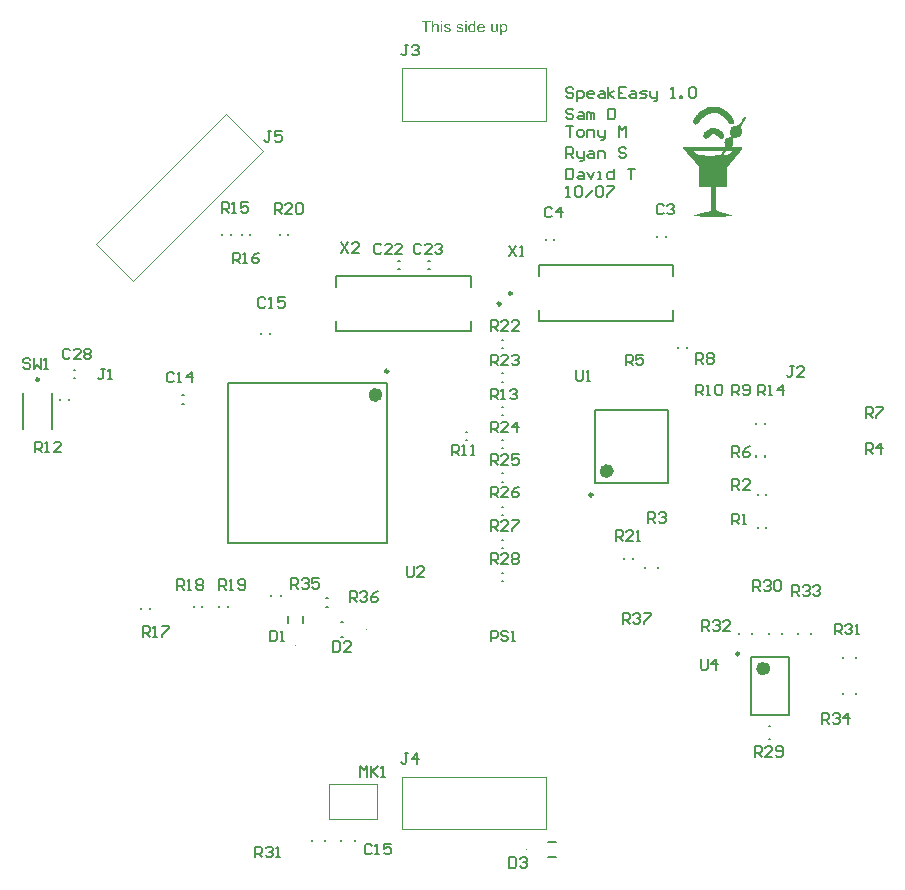
<source format=gbr>
%TF.GenerationSoftware,Altium Limited,Altium Designer,18.1.6 (161)*%
G04 Layer_Color=65535*
%FSLAX25Y25*%
%MOIN*%
%TF.FileFunction,Legend,Top*%
%TF.Part,Single*%
G01*
G75*
%TA.AperFunction,NonConductor*%
%ADD45C,0.00984*%
%ADD46C,0.00787*%
%ADD47C,0.00300*%
%ADD49C,0.00700*%
%ADD67C,0.00394*%
%ADD68C,0.02362*%
%ADD69C,0.00100*%
G36*
X395313Y433645D02*
X395387D01*
X395609Y433608D01*
X395905Y433571D01*
X396275Y433534D01*
X396720Y433423D01*
X397164Y433312D01*
X397609Y433164D01*
X398016Y432978D01*
X398053D01*
X398090Y432941D01*
X398312Y432830D01*
X398645Y432645D01*
X399016Y432349D01*
X399497Y432016D01*
X399978Y431571D01*
X400460Y431016D01*
X400904Y430423D01*
Y430386D01*
X400941Y430349D01*
X401089Y430127D01*
X401238Y429831D01*
X401423Y429461D01*
X401571Y429090D01*
X401608Y428683D01*
Y428313D01*
X401534Y428165D01*
X401423Y428017D01*
X401349Y427979D01*
X401163Y427868D01*
X400904Y427794D01*
X400719D01*
X400534Y427831D01*
X400497D01*
X400460Y427868D01*
X400238Y428017D01*
X399941Y428239D01*
X399793Y428424D01*
X399645Y428646D01*
X399608Y428683D01*
X399571Y428757D01*
X399460Y428905D01*
X399349Y429090D01*
X398942Y429572D01*
X398423Y430090D01*
X397794Y430609D01*
X397016Y431090D01*
X396609Y431312D01*
X396127Y431460D01*
X395683Y431571D01*
X395165Y431608D01*
X394720D01*
X394461Y431571D01*
X394202Y431497D01*
X393535Y431349D01*
X393202Y431201D01*
X392795Y431053D01*
X392424Y430831D01*
X392017Y430609D01*
X391610Y430312D01*
X391202Y429942D01*
X390795Y429535D01*
X390425Y429053D01*
X390388Y429016D01*
X390314Y428905D01*
X390166Y428720D01*
X389980Y428535D01*
X389573Y428090D01*
X389351Y427942D01*
X389166Y427794D01*
X389129D01*
X389092Y427757D01*
X388870Y427720D01*
X388758Y427757D01*
X388610Y427794D01*
X388462Y427868D01*
X388314Y427979D01*
X388277Y428017D01*
X388203Y428128D01*
X388129Y428350D01*
X388092Y428646D01*
Y429016D01*
X388240Y429498D01*
X388351Y429757D01*
X388499Y430053D01*
X388721Y430386D01*
X388981Y430720D01*
X389018Y430757D01*
X389055Y430794D01*
X389240Y431016D01*
X389573Y431349D01*
X390018Y431756D01*
X390536Y432201D01*
X391165Y432645D01*
X391869Y433053D01*
X392610Y433349D01*
X392647D01*
X392795Y433423D01*
X393054Y433460D01*
X393350Y433534D01*
X393758Y433608D01*
X394202Y433645D01*
X394720Y433682D01*
X395313Y433645D01*
D02*
G37*
G36*
X395498Y426498D02*
X395979Y426387D01*
X396461Y426239D01*
X396979Y425980D01*
X397461Y425609D01*
X397905Y425091D01*
X397942Y425054D01*
X397979Y424980D01*
X398053Y424832D01*
X398164Y424684D01*
X398312Y424276D01*
X398386Y424054D01*
Y423869D01*
Y423832D01*
Y423795D01*
X398312Y423573D01*
X398238Y423462D01*
X398164Y423314D01*
X398016Y423203D01*
X397831Y423092D01*
X397757Y423055D01*
X397609Y423017D01*
X397164D01*
X397127Y423055D01*
X396979Y423166D01*
X396720Y423351D01*
X396535Y423536D01*
X396313Y423721D01*
X396275Y423758D01*
X396164Y423832D01*
X395979Y423980D01*
X395757Y424128D01*
X395498Y424276D01*
X395239Y424425D01*
X394980Y424499D01*
X394757Y424536D01*
X394646D01*
X394535Y424499D01*
X394387Y424425D01*
X394202Y424351D01*
X393980Y424202D01*
X393758Y424017D01*
X393498Y423758D01*
X393461Y423721D01*
X393387Y423647D01*
X393276Y423536D01*
X393128Y423388D01*
X392795Y423129D01*
X392647Y423017D01*
X392498Y422943D01*
X392276D01*
X392017Y423055D01*
X391832Y423129D01*
X391684Y423277D01*
X391647Y423351D01*
X391536Y423499D01*
X391388Y423721D01*
X391351Y423980D01*
Y424054D01*
X391388Y424239D01*
X391536Y424573D01*
X391610Y424758D01*
X391758Y425017D01*
X391795Y425091D01*
X391943Y425239D01*
X392165Y425498D01*
X392498Y425795D01*
X392906Y426054D01*
X393461Y426313D01*
X394054Y426498D01*
X394794Y426572D01*
X395128D01*
X395498Y426498D01*
D02*
G37*
G36*
X405496Y430349D02*
X405607Y430275D01*
X405681Y430164D01*
X405718Y430053D01*
X405681Y429942D01*
X405644Y429868D01*
X405607Y429794D01*
X405533Y429646D01*
X405422Y429424D01*
X405274Y429164D01*
X405052Y428868D01*
X404792Y428461D01*
X404755Y428424D01*
X404681Y428313D01*
X404570Y428165D01*
X404459Y427979D01*
X404200Y427572D01*
X404089Y427350D01*
X404015Y427202D01*
Y427165D01*
X403978Y427017D01*
Y426794D01*
X404089Y426572D01*
X404126Y426535D01*
X404163Y426387D01*
X404237Y426165D01*
X404274Y425906D01*
X404311Y425572D01*
Y425239D01*
X404274Y424869D01*
X404126Y424499D01*
X404089Y424462D01*
X404015Y424351D01*
X403904Y424202D01*
X403719Y424017D01*
X403496Y423832D01*
X403200Y423647D01*
X402830Y423499D01*
X402386Y423388D01*
X401386Y423240D01*
X401460Y422240D01*
Y422203D01*
Y422166D01*
Y421907D01*
Y421610D01*
X401423Y421314D01*
Y421277D01*
X401349Y421129D01*
X401238Y420907D01*
X401089Y420722D01*
X401052Y420647D01*
X400941Y420536D01*
X400904Y420388D01*
Y420314D01*
X400978Y420277D01*
X402200D01*
X402719Y420314D01*
X403608D01*
X403941Y420277D01*
X404237Y420240D01*
X404422Y420166D01*
X404459Y420129D01*
X404496Y420055D01*
X404459Y419981D01*
X404422Y419833D01*
X404274Y419648D01*
X404052Y419351D01*
X403756Y418907D01*
X403533Y418648D01*
X403311Y418352D01*
X403015Y418018D01*
X402719Y417648D01*
X402682Y417611D01*
X402608Y417537D01*
X402459Y417352D01*
X402311Y417167D01*
X402089Y416945D01*
X401830Y416648D01*
X401312Y416019D01*
X401275Y415982D01*
X401200Y415871D01*
X401052Y415723D01*
X400904Y415537D01*
X400571Y415130D01*
X400386Y414908D01*
X400238Y414723D01*
X399349Y413612D01*
Y406835D01*
X395572D01*
X395683Y399096D01*
X396498Y398800D01*
X396572Y398763D01*
X396794Y398726D01*
X396942Y398652D01*
X397127Y398615D01*
X397386Y398504D01*
X397646Y398429D01*
X397683D01*
X397794Y398393D01*
X397942Y398356D01*
X398164Y398281D01*
X398645Y398133D01*
X399238Y397985D01*
X399275D01*
X399386Y397948D01*
X399534Y397911D01*
X399719Y397837D01*
X400164Y397689D01*
X400645Y397541D01*
X400682D01*
X400756Y397504D01*
X400978Y397430D01*
X401200Y397319D01*
X401312Y397282D01*
X401349Y397245D01*
X401275Y397207D01*
X401163D01*
X400941Y397170D01*
X400645D01*
X400423Y397133D01*
X400164D01*
X399868Y397096D01*
X399016D01*
X398794Y397059D01*
X397535D01*
X396720Y397022D01*
X393165D01*
X392424Y397059D01*
X390795D01*
X390018Y397096D01*
X389721D01*
X389388Y397133D01*
X389018D01*
X388647Y397170D01*
X388314Y397207D01*
X388092D01*
X388055Y397245D01*
X388018D01*
X388055Y397282D01*
X388129Y397319D01*
X388240Y397356D01*
X388388Y397430D01*
X388573Y397504D01*
X388870Y397615D01*
X388907D01*
X389018Y397652D01*
X389203Y397726D01*
X389462Y397800D01*
X389758Y397874D01*
X390129Y397985D01*
X390499Y398096D01*
X390943Y398207D01*
X393906Y399022D01*
Y406835D01*
X390129D01*
Y413538D01*
X387277Y416759D01*
X387240Y416833D01*
X387092Y416982D01*
X386870Y417241D01*
X386574Y417537D01*
X386277Y417907D01*
X385944Y418315D01*
X385278Y419092D01*
X385241Y419129D01*
X385167Y419240D01*
X385018Y419425D01*
X384870Y419611D01*
X384722Y419796D01*
X384574Y419944D01*
X384500Y420092D01*
X384463Y420129D01*
X384500D01*
X384574Y420166D01*
X384722D01*
X384981Y420203D01*
X385611D01*
X385870Y420240D01*
X387685D01*
X388018Y420277D01*
X396424D01*
X396868Y420314D01*
X397979D01*
X398164Y420351D01*
X398349Y420388D01*
X398497Y420425D01*
X398645Y420499D01*
X398757Y420573D01*
Y420684D01*
Y420722D01*
X398720Y420833D01*
X398682Y420981D01*
X398608Y421203D01*
Y421277D01*
X398571Y421425D01*
X398534Y421610D01*
X398460Y421833D01*
Y421870D01*
Y421944D01*
Y422055D01*
X398497Y422240D01*
X398571Y422573D01*
X398682Y422758D01*
X398831Y422943D01*
X398868Y422980D01*
X398905Y423017D01*
X399016Y423092D01*
X399164Y423203D01*
X399534Y423351D01*
X399756Y423388D01*
X400016Y423425D01*
X400127D01*
X400349Y423462D01*
X400608Y423499D01*
X400719Y423536D01*
X400793Y423573D01*
X400830Y423610D01*
Y423721D01*
X400793Y423869D01*
X400756Y424017D01*
X400645Y424165D01*
Y424202D01*
X400571Y424276D01*
X400534Y424388D01*
X400460Y424536D01*
X400349Y424943D01*
X400275Y425461D01*
Y425498D01*
Y425609D01*
X400312Y425721D01*
X400349Y425906D01*
X400497Y426313D01*
X400719Y426720D01*
X400756Y426757D01*
X400867Y426868D01*
X401052Y427017D01*
X401312Y427165D01*
X401386Y427202D01*
X401571Y427276D01*
X401867Y427350D01*
X402237Y427387D01*
X402349D01*
X402497Y427424D01*
X402645Y427461D01*
X402978Y427535D01*
X403163Y427609D01*
X403274Y427683D01*
X403348Y427757D01*
X403385Y427831D01*
X403496Y427942D01*
X403645Y428128D01*
X403793Y428350D01*
X403978Y428646D01*
X404200Y429016D01*
X404237Y429053D01*
X404274Y429127D01*
X404348Y429276D01*
X404459Y429424D01*
X404681Y429757D01*
X404941Y430090D01*
X405015Y430164D01*
X405126Y430275D01*
X405311Y430386D01*
X405459D01*
X405496Y430349D01*
D02*
G37*
G36*
X312524Y461802D02*
X312052D01*
Y462341D01*
X312524D01*
Y461802D01*
D02*
G37*
G36*
X304465D02*
X303994D01*
Y462341D01*
X304465D01*
Y461802D01*
D02*
G37*
G36*
X315482Y458500D02*
X315044D01*
Y458850D01*
X315038Y458844D01*
X315033Y458833D01*
X315016Y458811D01*
X314994Y458783D01*
X314966Y458755D01*
X314932Y458722D01*
X314894Y458683D01*
X314844Y458644D01*
X314794Y458605D01*
X314738Y458567D01*
X314672Y458533D01*
X314599Y458506D01*
X314527Y458478D01*
X314444Y458456D01*
X314355Y458444D01*
X314261Y458439D01*
X314228D01*
X314206Y458444D01*
X314139Y458450D01*
X314061Y458461D01*
X313967Y458483D01*
X313861Y458517D01*
X313756Y458561D01*
X313650Y458622D01*
X313645D01*
X313639Y458633D01*
X313606Y458655D01*
X313556Y458700D01*
X313495Y458755D01*
X313423Y458827D01*
X313351Y458916D01*
X313279Y459016D01*
X313218Y459133D01*
Y459138D01*
X313212Y459149D01*
X313207Y459166D01*
X313195Y459188D01*
X313184Y459222D01*
X313168Y459260D01*
X313157Y459299D01*
X313145Y459349D01*
X313118Y459460D01*
X313090Y459588D01*
X313073Y459732D01*
X313068Y459888D01*
Y459893D01*
Y459904D01*
Y459926D01*
Y459960D01*
X313073Y459993D01*
Y460037D01*
X313084Y460137D01*
X313101Y460254D01*
X313129Y460382D01*
X313162Y460515D01*
X313207Y460642D01*
Y460648D01*
X313212Y460659D01*
X313223Y460676D01*
X313234Y460698D01*
X313267Y460759D01*
X313312Y460837D01*
X313368Y460920D01*
X313440Y461003D01*
X313523Y461092D01*
X313623Y461164D01*
X313628D01*
X313634Y461169D01*
X313650Y461181D01*
X313673Y461192D01*
X313728Y461220D01*
X313806Y461258D01*
X313895Y461292D01*
X314000Y461319D01*
X314117Y461342D01*
X314239Y461347D01*
X314283D01*
X314328Y461342D01*
X314389Y461336D01*
X314461Y461319D01*
X314539Y461303D01*
X314616Y461275D01*
X314688Y461236D01*
X314699Y461231D01*
X314722Y461220D01*
X314755Y461192D01*
X314799Y461164D01*
X314855Y461125D01*
X314905Y461075D01*
X314960Y461025D01*
X315010Y460964D01*
Y462341D01*
X315482D01*
Y458500D01*
D02*
G37*
G36*
X325017Y461342D02*
X325056Y461336D01*
X325139Y461325D01*
X325239Y461303D01*
X325344Y461269D01*
X325450Y461220D01*
X325555Y461158D01*
X325561D01*
X325566Y461147D01*
X325600Y461125D01*
X325650Y461081D01*
X325711Y461025D01*
X325777Y460953D01*
X325844Y460864D01*
X325910Y460759D01*
X325966Y460642D01*
Y460637D01*
X325972Y460626D01*
X325977Y460609D01*
X325988Y460587D01*
X325999Y460554D01*
X326010Y460515D01*
X326038Y460426D01*
X326066Y460315D01*
X326088Y460193D01*
X326105Y460054D01*
X326110Y459910D01*
Y459904D01*
Y459893D01*
Y459871D01*
Y459838D01*
X326105Y459799D01*
Y459754D01*
X326094Y459654D01*
X326071Y459532D01*
X326044Y459405D01*
X326005Y459271D01*
X325955Y459138D01*
Y459133D01*
X325949Y459122D01*
X325938Y459105D01*
X325927Y459083D01*
X325888Y459022D01*
X325838Y458944D01*
X325777Y458861D01*
X325699Y458778D01*
X325611Y458694D01*
X325505Y458617D01*
X325500D01*
X325494Y458611D01*
X325478Y458600D01*
X325455Y458589D01*
X325400Y458561D01*
X325322Y458528D01*
X325228Y458494D01*
X325128Y458467D01*
X325011Y458444D01*
X324895Y458439D01*
X324856D01*
X324812Y458444D01*
X324756Y458450D01*
X324689Y458461D01*
X324617Y458478D01*
X324545Y458500D01*
X324473Y458533D01*
X324467Y458539D01*
X324440Y458550D01*
X324406Y458572D01*
X324362Y458605D01*
X324318Y458639D01*
X324262Y458683D01*
X324212Y458733D01*
X324168Y458789D01*
Y457434D01*
X323696D01*
Y461286D01*
X324123D01*
Y460920D01*
X324129Y460931D01*
X324151Y460953D01*
X324179Y460992D01*
X324223Y461036D01*
X324273Y461092D01*
X324329Y461142D01*
X324395Y461192D01*
X324462Y461236D01*
X324473Y461242D01*
X324495Y461253D01*
X324540Y461269D01*
X324595Y461292D01*
X324662Y461314D01*
X324739Y461331D01*
X324828Y461342D01*
X324928Y461347D01*
X324989D01*
X325017Y461342D01*
D02*
G37*
G36*
X310393D02*
X310476Y461336D01*
X310565Y461325D01*
X310659Y461303D01*
X310759Y461281D01*
X310853Y461247D01*
X310859D01*
X310864Y461242D01*
X310892Y461231D01*
X310936Y461208D01*
X310992Y461181D01*
X311053Y461142D01*
X311114Y461097D01*
X311170Y461048D01*
X311220Y460992D01*
X311225Y460986D01*
X311236Y460964D01*
X311258Y460925D01*
X311286Y460881D01*
X311314Y460814D01*
X311342Y460742D01*
X311364Y460659D01*
X311386Y460565D01*
X310926Y460503D01*
Y460515D01*
X310920Y460537D01*
X310909Y460576D01*
X310892Y460626D01*
X310864Y460676D01*
X310831Y460731D01*
X310792Y460787D01*
X310737Y460837D01*
X310731Y460842D01*
X310709Y460853D01*
X310676Y460875D01*
X310626Y460898D01*
X310570Y460920D01*
X310498Y460942D01*
X310409Y460953D01*
X310315Y460959D01*
X310260D01*
X310204Y460953D01*
X310132Y460948D01*
X310060Y460931D01*
X309982Y460914D01*
X309910Y460886D01*
X309849Y460848D01*
X309843Y460842D01*
X309826Y460831D01*
X309804Y460809D01*
X309782Y460776D01*
X309754Y460742D01*
X309732Y460698D01*
X309716Y460648D01*
X309710Y460598D01*
Y460592D01*
Y460581D01*
X309716Y460565D01*
Y460542D01*
X309732Y460487D01*
X309766Y460431D01*
X309771Y460426D01*
X309777Y460420D01*
X309788Y460404D01*
X309810Y460387D01*
X309832Y460370D01*
X309865Y460348D01*
X309904Y460331D01*
X309949Y460309D01*
X309954D01*
X309965Y460304D01*
X309987Y460298D01*
X310026Y460282D01*
X310082Y460265D01*
X310154Y460248D01*
X310198Y460232D01*
X310248Y460220D01*
X310304Y460204D01*
X310365Y460187D01*
X310370D01*
X310387Y460182D01*
X310415Y460176D01*
X310448Y460165D01*
X310487Y460154D01*
X310537Y460143D01*
X310642Y460110D01*
X310759Y460076D01*
X310876Y460037D01*
X310981Y459999D01*
X311025Y459982D01*
X311064Y459965D01*
X311075Y459960D01*
X311098Y459948D01*
X311131Y459932D01*
X311181Y459904D01*
X311231Y459871D01*
X311281Y459827D01*
X311331Y459776D01*
X311375Y459721D01*
X311381Y459715D01*
X311392Y459693D01*
X311414Y459660D01*
X311436Y459610D01*
X311453Y459549D01*
X311475Y459482D01*
X311486Y459405D01*
X311492Y459316D01*
Y459305D01*
Y459277D01*
X311486Y459233D01*
X311475Y459172D01*
X311458Y459105D01*
X311431Y459033D01*
X311397Y458950D01*
X311353Y458872D01*
X311347Y458861D01*
X311325Y458839D01*
X311297Y458800D01*
X311253Y458755D01*
X311192Y458705D01*
X311125Y458650D01*
X311048Y458600D01*
X310953Y458550D01*
X310948D01*
X310942Y458544D01*
X310909Y458533D01*
X310853Y458517D01*
X310781Y458494D01*
X310692Y458472D01*
X310593Y458456D01*
X310487Y458444D01*
X310365Y458439D01*
X310315D01*
X310276Y458444D01*
X310232D01*
X310176Y458450D01*
X310121Y458456D01*
X310060Y458467D01*
X309927Y458494D01*
X309788Y458533D01*
X309654Y458589D01*
X309593Y458622D01*
X309538Y458661D01*
X309532Y458667D01*
X309527Y458672D01*
X309494Y458705D01*
X309444Y458755D01*
X309388Y458833D01*
X309327Y458927D01*
X309266Y459038D01*
X309216Y459177D01*
X309177Y459333D01*
X309643Y459405D01*
Y459399D01*
Y459394D01*
X309654Y459360D01*
X309666Y459305D01*
X309688Y459244D01*
X309716Y459177D01*
X309749Y459105D01*
X309799Y459033D01*
X309860Y458972D01*
X309871Y458966D01*
X309893Y458950D01*
X309938Y458927D01*
X309993Y458900D01*
X310065Y458872D01*
X310149Y458850D01*
X310248Y458833D01*
X310365Y458827D01*
X310420D01*
X310476Y458833D01*
X310548Y458844D01*
X310626Y458861D01*
X310709Y458883D01*
X310781Y458911D01*
X310848Y458955D01*
X310853Y458961D01*
X310876Y458977D01*
X310898Y459005D01*
X310931Y459044D01*
X310959Y459088D01*
X310986Y459144D01*
X311003Y459199D01*
X311009Y459266D01*
Y459271D01*
Y459294D01*
X311003Y459321D01*
X310992Y459360D01*
X310975Y459399D01*
X310948Y459438D01*
X310914Y459482D01*
X310864Y459516D01*
X310859Y459521D01*
X310842Y459527D01*
X310814Y459543D01*
X310770Y459560D01*
X310703Y459582D01*
X310665Y459599D01*
X310620Y459610D01*
X310570Y459627D01*
X310515Y459643D01*
X310454Y459660D01*
X310382Y459677D01*
X310376D01*
X310359Y459682D01*
X310332Y459688D01*
X310298Y459699D01*
X310254Y459710D01*
X310204Y459727D01*
X310099Y459754D01*
X309976Y459793D01*
X309860Y459827D01*
X309749Y459865D01*
X309699Y459888D01*
X309660Y459904D01*
X309649Y459910D01*
X309627Y459921D01*
X309593Y459943D01*
X309549Y459971D01*
X309499Y460010D01*
X309449Y460054D01*
X309399Y460104D01*
X309355Y460165D01*
X309349Y460171D01*
X309338Y460193D01*
X309321Y460232D01*
X309305Y460276D01*
X309288Y460331D01*
X309272Y460398D01*
X309260Y460465D01*
X309255Y460542D01*
Y460554D01*
Y460576D01*
X309260Y460609D01*
X309266Y460659D01*
X309277Y460709D01*
X309288Y460770D01*
X309310Y460825D01*
X309338Y460886D01*
X309344Y460892D01*
X309355Y460914D01*
X309371Y460942D01*
X309399Y460981D01*
X309433Y461020D01*
X309471Y461070D01*
X309516Y461114D01*
X309571Y461153D01*
X309577Y461158D01*
X309593Y461164D01*
X309616Y461181D01*
X309649Y461197D01*
X309693Y461220D01*
X309743Y461242D01*
X309804Y461264D01*
X309871Y461286D01*
X309882Y461292D01*
X309904Y461297D01*
X309943Y461308D01*
X309993Y461319D01*
X310054Y461331D01*
X310121Y461336D01*
X310198Y461347D01*
X310332D01*
X310393Y461342D01*
D02*
G37*
G36*
X306213D02*
X306297Y461336D01*
X306386Y461325D01*
X306480Y461303D01*
X306580Y461281D01*
X306674Y461247D01*
X306680D01*
X306685Y461242D01*
X306713Y461231D01*
X306757Y461208D01*
X306813Y461181D01*
X306874Y461142D01*
X306935Y461097D01*
X306991Y461048D01*
X307041Y460992D01*
X307046Y460986D01*
X307057Y460964D01*
X307079Y460925D01*
X307107Y460881D01*
X307135Y460814D01*
X307163Y460742D01*
X307185Y460659D01*
X307207Y460565D01*
X306746Y460503D01*
Y460515D01*
X306741Y460537D01*
X306730Y460576D01*
X306713Y460626D01*
X306685Y460676D01*
X306652Y460731D01*
X306613Y460787D01*
X306558Y460837D01*
X306552Y460842D01*
X306530Y460853D01*
X306497Y460875D01*
X306447Y460898D01*
X306391Y460920D01*
X306319Y460942D01*
X306230Y460953D01*
X306136Y460959D01*
X306080D01*
X306025Y460953D01*
X305953Y460948D01*
X305880Y460931D01*
X305803Y460914D01*
X305731Y460886D01*
X305670Y460848D01*
X305664Y460842D01*
X305647Y460831D01*
X305625Y460809D01*
X305603Y460776D01*
X305575Y460742D01*
X305553Y460698D01*
X305536Y460648D01*
X305531Y460598D01*
Y460592D01*
Y460581D01*
X305536Y460565D01*
Y460542D01*
X305553Y460487D01*
X305586Y460431D01*
X305592Y460426D01*
X305597Y460420D01*
X305609Y460404D01*
X305631Y460387D01*
X305653Y460370D01*
X305686Y460348D01*
X305725Y460331D01*
X305769Y460309D01*
X305775D01*
X305786Y460304D01*
X305808Y460298D01*
X305847Y460282D01*
X305903Y460265D01*
X305975Y460248D01*
X306019Y460232D01*
X306069Y460220D01*
X306125Y460204D01*
X306186Y460187D01*
X306191D01*
X306208Y460182D01*
X306236Y460176D01*
X306269Y460165D01*
X306308Y460154D01*
X306358Y460143D01*
X306463Y460110D01*
X306580Y460076D01*
X306696Y460037D01*
X306802Y459999D01*
X306846Y459982D01*
X306885Y459965D01*
X306896Y459960D01*
X306918Y459948D01*
X306952Y459932D01*
X307002Y459904D01*
X307051Y459871D01*
X307101Y459827D01*
X307152Y459776D01*
X307196Y459721D01*
X307201Y459715D01*
X307212Y459693D01*
X307235Y459660D01*
X307257Y459610D01*
X307274Y459549D01*
X307296Y459482D01*
X307307Y459405D01*
X307312Y459316D01*
Y459305D01*
Y459277D01*
X307307Y459233D01*
X307296Y459172D01*
X307279Y459105D01*
X307251Y459033D01*
X307218Y458950D01*
X307174Y458872D01*
X307168Y458861D01*
X307146Y458839D01*
X307118Y458800D01*
X307074Y458755D01*
X307013Y458705D01*
X306946Y458650D01*
X306868Y458600D01*
X306774Y458550D01*
X306768D01*
X306763Y458544D01*
X306730Y458533D01*
X306674Y458517D01*
X306602Y458494D01*
X306513Y458472D01*
X306413Y458456D01*
X306308Y458444D01*
X306186Y458439D01*
X306136D01*
X306097Y458444D01*
X306053D01*
X305997Y458450D01*
X305942Y458456D01*
X305880Y458467D01*
X305747Y458494D01*
X305609Y458533D01*
X305475Y458589D01*
X305414Y458622D01*
X305359Y458661D01*
X305353Y458667D01*
X305348Y458672D01*
X305314Y458705D01*
X305264Y458755D01*
X305209Y458833D01*
X305148Y458927D01*
X305087Y459038D01*
X305037Y459177D01*
X304998Y459333D01*
X305464Y459405D01*
Y459399D01*
Y459394D01*
X305475Y459360D01*
X305486Y459305D01*
X305509Y459244D01*
X305536Y459177D01*
X305570Y459105D01*
X305620Y459033D01*
X305681Y458972D01*
X305692Y458966D01*
X305714Y458950D01*
X305758Y458927D01*
X305814Y458900D01*
X305886Y458872D01*
X305969Y458850D01*
X306069Y458833D01*
X306186Y458827D01*
X306241D01*
X306297Y458833D01*
X306369Y458844D01*
X306447Y458861D01*
X306530Y458883D01*
X306602Y458911D01*
X306669Y458955D01*
X306674Y458961D01*
X306696Y458977D01*
X306719Y459005D01*
X306752Y459044D01*
X306780Y459088D01*
X306807Y459144D01*
X306824Y459199D01*
X306830Y459266D01*
Y459271D01*
Y459294D01*
X306824Y459321D01*
X306813Y459360D01*
X306796Y459399D01*
X306768Y459438D01*
X306735Y459482D01*
X306685Y459516D01*
X306680Y459521D01*
X306663Y459527D01*
X306635Y459543D01*
X306591Y459560D01*
X306524Y459582D01*
X306485Y459599D01*
X306441Y459610D01*
X306391Y459627D01*
X306336Y459643D01*
X306275Y459660D01*
X306202Y459677D01*
X306197D01*
X306180Y459682D01*
X306152Y459688D01*
X306119Y459699D01*
X306075Y459710D01*
X306025Y459727D01*
X305919Y459754D01*
X305797Y459793D01*
X305681Y459827D01*
X305570Y459865D01*
X305520Y459888D01*
X305481Y459904D01*
X305470Y459910D01*
X305448Y459921D01*
X305414Y459943D01*
X305370Y459971D01*
X305320Y460010D01*
X305270Y460054D01*
X305220Y460104D01*
X305176Y460165D01*
X305170Y460171D01*
X305159Y460193D01*
X305142Y460232D01*
X305126Y460276D01*
X305109Y460331D01*
X305092Y460398D01*
X305081Y460465D01*
X305076Y460542D01*
Y460554D01*
Y460576D01*
X305081Y460609D01*
X305087Y460659D01*
X305098Y460709D01*
X305109Y460770D01*
X305131Y460825D01*
X305159Y460886D01*
X305165Y460892D01*
X305176Y460914D01*
X305192Y460942D01*
X305220Y460981D01*
X305253Y461020D01*
X305292Y461070D01*
X305337Y461114D01*
X305392Y461153D01*
X305398Y461158D01*
X305414Y461164D01*
X305436Y461181D01*
X305470Y461197D01*
X305514Y461220D01*
X305564Y461242D01*
X305625Y461264D01*
X305692Y461286D01*
X305703Y461292D01*
X305725Y461297D01*
X305764Y461308D01*
X305814Y461319D01*
X305875Y461331D01*
X305942Y461336D01*
X306019Y461347D01*
X306152D01*
X306213Y461342D01*
D02*
G37*
G36*
X322958Y458500D02*
X322536D01*
Y458905D01*
X322531Y458900D01*
X322519Y458883D01*
X322503Y458861D01*
X322475Y458833D01*
X322442Y458800D01*
X322403Y458755D01*
X322358Y458716D01*
X322303Y458672D01*
X322242Y458628D01*
X322175Y458589D01*
X322103Y458550D01*
X322025Y458511D01*
X321937Y458483D01*
X321848Y458461D01*
X321748Y458444D01*
X321648Y458439D01*
X321609D01*
X321559Y458444D01*
X321498Y458450D01*
X321426Y458461D01*
X321348Y458478D01*
X321271Y458500D01*
X321187Y458533D01*
X321176Y458539D01*
X321154Y458550D01*
X321115Y458572D01*
X321071Y458600D01*
X321015Y458633D01*
X320965Y458672D01*
X320916Y458716D01*
X320871Y458766D01*
X320866Y458772D01*
X320854Y458794D01*
X320838Y458822D01*
X320815Y458866D01*
X320788Y458916D01*
X320766Y458977D01*
X320743Y459044D01*
X320727Y459116D01*
Y459122D01*
X320721Y459144D01*
X320716Y459177D01*
Y459222D01*
X320710Y459288D01*
X320705Y459360D01*
X320699Y459455D01*
Y459560D01*
Y461286D01*
X321171D01*
Y459738D01*
Y459732D01*
Y459721D01*
Y459704D01*
Y459677D01*
Y459616D01*
X321176Y459538D01*
Y459455D01*
X321182Y459371D01*
X321187Y459299D01*
X321199Y459238D01*
Y459233D01*
X321210Y459210D01*
X321221Y459177D01*
X321237Y459133D01*
X321265Y459088D01*
X321298Y459038D01*
X321337Y458994D01*
X321387Y458950D01*
X321393Y458944D01*
X321415Y458933D01*
X321443Y458916D01*
X321487Y458900D01*
X321537Y458877D01*
X321598Y458861D01*
X321665Y458850D01*
X321742Y458844D01*
X321781D01*
X321820Y458850D01*
X321870Y458855D01*
X321931Y458872D01*
X321998Y458888D01*
X322070Y458916D01*
X322142Y458950D01*
X322153Y458955D01*
X322175Y458972D01*
X322209Y458994D01*
X322247Y459027D01*
X322292Y459072D01*
X322336Y459122D01*
X322375Y459177D01*
X322408Y459244D01*
X322414Y459255D01*
X322420Y459277D01*
X322431Y459321D01*
X322447Y459382D01*
X322464Y459460D01*
X322475Y459554D01*
X322481Y459665D01*
X322486Y459793D01*
Y461286D01*
X322958D01*
Y458500D01*
D02*
G37*
G36*
X312524D02*
X312052D01*
Y461286D01*
X312524D01*
Y458500D01*
D02*
G37*
G36*
X304465D02*
X303994D01*
Y461286D01*
X304465D01*
Y458500D01*
D02*
G37*
G36*
X301479Y460964D02*
X301485Y460970D01*
X301496Y460981D01*
X301513Y460997D01*
X301540Y461025D01*
X301568Y461053D01*
X301607Y461086D01*
X301657Y461120D01*
X301707Y461158D01*
X301762Y461192D01*
X301823Y461225D01*
X301968Y461286D01*
X302045Y461314D01*
X302129Y461331D01*
X302218Y461342D01*
X302306Y461347D01*
X302356D01*
X302417Y461342D01*
X302489Y461331D01*
X302573Y461319D01*
X302661Y461297D01*
X302750Y461264D01*
X302839Y461225D01*
X302850Y461220D01*
X302878Y461203D01*
X302917Y461175D01*
X302967Y461136D01*
X303017Y461086D01*
X303072Y461031D01*
X303122Y460964D01*
X303167Y460886D01*
X303172Y460875D01*
X303183Y460848D01*
X303200Y460798D01*
X303217Y460726D01*
X303233Y460637D01*
X303250Y460531D01*
X303261Y460404D01*
X303266Y460259D01*
Y458500D01*
X302795D01*
Y460265D01*
Y460270D01*
Y460282D01*
Y460298D01*
Y460320D01*
X302789Y460382D01*
X302778Y460459D01*
X302756Y460542D01*
X302728Y460626D01*
X302689Y460709D01*
X302639Y460776D01*
X302634Y460781D01*
X302611Y460803D01*
X302578Y460831D01*
X302528Y460859D01*
X302467Y460892D01*
X302395Y460914D01*
X302306Y460936D01*
X302206Y460942D01*
X302173D01*
X302134Y460936D01*
X302079Y460931D01*
X302023Y460914D01*
X301957Y460898D01*
X301890Y460870D01*
X301818Y460831D01*
X301812Y460825D01*
X301790Y460809D01*
X301757Y460787D01*
X301718Y460753D01*
X301674Y460709D01*
X301629Y460659D01*
X301590Y460598D01*
X301557Y460531D01*
X301552Y460520D01*
X301546Y460498D01*
X301535Y460454D01*
X301518Y460398D01*
X301501Y460326D01*
X301490Y460237D01*
X301485Y460137D01*
X301479Y460021D01*
Y458500D01*
X301008D01*
Y462341D01*
X301479D01*
Y460964D01*
D02*
G37*
G36*
X300541Y461885D02*
X299276D01*
Y458500D01*
X298765D01*
Y461885D01*
X297500D01*
Y462341D01*
X300541D01*
Y461885D01*
D02*
G37*
G36*
X317463Y461342D02*
X317508Y461336D01*
X317563Y461325D01*
X317624Y461314D01*
X317696Y461297D01*
X317763Y461281D01*
X317841Y461253D01*
X317913Y461225D01*
X317991Y461186D01*
X318068Y461142D01*
X318146Y461092D01*
X318218Y461031D01*
X318285Y460964D01*
X318290Y460959D01*
X318301Y460948D01*
X318318Y460925D01*
X318340Y460892D01*
X318368Y460853D01*
X318396Y460809D01*
X318429Y460753D01*
X318462Y460687D01*
X318496Y460614D01*
X318529Y460537D01*
X318557Y460448D01*
X318584Y460354D01*
X318607Y460248D01*
X318623Y460137D01*
X318634Y460021D01*
X318640Y459893D01*
Y459888D01*
Y459865D01*
Y459827D01*
X318634Y459771D01*
X316553D01*
Y459765D01*
Y459749D01*
X316559Y459727D01*
Y459693D01*
X316564Y459654D01*
X316575Y459610D01*
X316592Y459510D01*
X316625Y459399D01*
X316670Y459277D01*
X316731Y459166D01*
X316808Y459066D01*
X316814D01*
X316820Y459055D01*
X316853Y459027D01*
X316903Y458988D01*
X316969Y458950D01*
X317058Y458905D01*
X317158Y458866D01*
X317269Y458839D01*
X317330Y458833D01*
X317397Y458827D01*
X317441D01*
X317491Y458833D01*
X317552Y458844D01*
X317619Y458861D01*
X317696Y458883D01*
X317769Y458916D01*
X317841Y458961D01*
X317846Y458966D01*
X317874Y458988D01*
X317907Y459022D01*
X317946Y459066D01*
X317991Y459127D01*
X318040Y459205D01*
X318091Y459294D01*
X318135Y459399D01*
X318623Y459338D01*
Y459333D01*
X318618Y459321D01*
X318612Y459299D01*
X318601Y459266D01*
X318584Y459233D01*
X318568Y459188D01*
X318523Y459094D01*
X318468Y458988D01*
X318390Y458877D01*
X318301Y458772D01*
X318190Y458672D01*
X318185D01*
X318174Y458661D01*
X318157Y458650D01*
X318135Y458633D01*
X318102Y458617D01*
X318068Y458600D01*
X318024Y458578D01*
X317974Y458556D01*
X317918Y458533D01*
X317863Y458511D01*
X317724Y458478D01*
X317569Y458450D01*
X317397Y458439D01*
X317336D01*
X317297Y458444D01*
X317247Y458450D01*
X317186Y458461D01*
X317119Y458472D01*
X317047Y458483D01*
X316892Y458528D01*
X316808Y458561D01*
X316731Y458594D01*
X316648Y458639D01*
X316570Y458689D01*
X316498Y458744D01*
X316425Y458811D01*
X316420Y458816D01*
X316409Y458827D01*
X316392Y458850D01*
X316370Y458883D01*
X316342Y458922D01*
X316315Y458966D01*
X316281Y459022D01*
X316248Y459083D01*
X316215Y459155D01*
X316181Y459233D01*
X316154Y459321D01*
X316126Y459416D01*
X316104Y459516D01*
X316087Y459627D01*
X316076Y459743D01*
X316070Y459865D01*
Y459871D01*
Y459899D01*
Y459932D01*
X316076Y459982D01*
X316081Y460043D01*
X316087Y460110D01*
X316098Y460187D01*
X316115Y460265D01*
X316159Y460442D01*
X316187Y460531D01*
X316220Y460626D01*
X316265Y460714D01*
X316315Y460798D01*
X316370Y460881D01*
X316431Y460959D01*
X316437Y460964D01*
X316448Y460975D01*
X316470Y460992D01*
X316498Y461020D01*
X316531Y461048D01*
X316575Y461081D01*
X316625Y461120D01*
X316686Y461153D01*
X316747Y461192D01*
X316820Y461225D01*
X316897Y461258D01*
X316981Y461286D01*
X317069Y461314D01*
X317164Y461331D01*
X317264Y461342D01*
X317369Y461347D01*
X317425D01*
X317463Y461342D01*
D02*
G37*
%LPC*%
G36*
X394757Y419055D02*
X391202D01*
X390610Y419018D01*
X389980D01*
X389425Y418981D01*
X388981D01*
X388721Y418944D01*
X388499D01*
X388277Y418907D01*
X388166D01*
X388129Y418870D01*
X388203Y418796D01*
X388351Y418685D01*
X388536Y418537D01*
X388610Y418500D01*
X388758Y418389D01*
X389018Y418203D01*
X389314Y418018D01*
X389351D01*
X389425Y417944D01*
X389573Y417870D01*
X389721Y417796D01*
X390129Y417611D01*
X390573Y417463D01*
X390721D01*
X390906Y417426D01*
X391610D01*
X392165Y417389D01*
X394942D01*
X395424Y417426D01*
X396313D01*
X396498Y417463D01*
X396646D01*
X396720Y417500D01*
X396942Y417537D01*
X397201Y417685D01*
X397312Y417796D01*
X397386Y417907D01*
X397424Y417944D01*
X397498Y418018D01*
X397572Y418166D01*
X397609Y418315D01*
Y418352D01*
Y418426D01*
Y418537D01*
X397572Y418648D01*
Y418685D01*
X397535Y418722D01*
X397498Y418759D01*
X397683D01*
X397720Y418722D01*
X397868Y418685D01*
X397905D01*
X397942Y418722D01*
X398053Y418833D01*
Y418870D01*
X398016D01*
X397942Y418907D01*
X397794D01*
X397572Y418944D01*
X397275Y418981D01*
X396646D01*
X396350Y419018D01*
X395387D01*
X394757Y419055D01*
D02*
G37*
G36*
X401089D02*
X399682D01*
X399349Y419018D01*
X399164Y418981D01*
X399053Y418944D01*
X399016Y418907D01*
X398868Y418833D01*
X398682Y418648D01*
X398460Y418352D01*
X398423Y418315D01*
X398386Y418241D01*
X398201Y417981D01*
X398053Y417685D01*
X397979Y417574D01*
Y417500D01*
X398090Y417463D01*
X398164Y417426D01*
X398682D01*
X398831Y417463D01*
X399053Y417537D01*
X399386Y417685D01*
X399423D01*
X399460Y417722D01*
X399682Y417870D01*
X399941Y418055D01*
X400201Y418278D01*
X400238D01*
X401089Y419055D01*
D02*
G37*
G36*
X314289Y460959D02*
X314261D01*
X314239Y460953D01*
X314178Y460948D01*
X314106Y460925D01*
X314022Y460898D01*
X313934Y460848D01*
X313845Y460787D01*
X313800Y460742D01*
X313761Y460698D01*
Y460692D01*
X313750Y460687D01*
X313745Y460670D01*
X313728Y460648D01*
X313712Y460620D01*
X313695Y460587D01*
X313678Y460548D01*
X313656Y460503D01*
X313634Y460448D01*
X313617Y460387D01*
X313601Y460320D01*
X313584Y460248D01*
X313573Y460171D01*
X313562Y460082D01*
X313551Y459987D01*
Y459888D01*
Y459882D01*
Y459865D01*
Y459838D01*
X313556Y459799D01*
Y459754D01*
X313562Y459704D01*
X313578Y459588D01*
X313606Y459460D01*
X313645Y459327D01*
X313701Y459199D01*
X313734Y459144D01*
X313773Y459088D01*
X313778D01*
X313784Y459077D01*
X313811Y459049D01*
X313861Y459005D01*
X313922Y458961D01*
X314000Y458911D01*
X314094Y458866D01*
X314194Y458839D01*
X314250Y458833D01*
X314305Y458827D01*
X314333D01*
X314355Y458833D01*
X314416Y458839D01*
X314489Y458861D01*
X314572Y458888D01*
X314661Y458933D01*
X314749Y458994D01*
X314794Y459033D01*
X314833Y459077D01*
Y459083D01*
X314844Y459088D01*
X314855Y459105D01*
X314866Y459127D01*
X314883Y459155D01*
X314905Y459183D01*
X314921Y459227D01*
X314944Y459271D01*
X314966Y459321D01*
X314983Y459377D01*
X315005Y459444D01*
X315021Y459510D01*
X315033Y459588D01*
X315044Y459665D01*
X315055Y459754D01*
Y459849D01*
Y459854D01*
Y459876D01*
Y459904D01*
X315049Y459943D01*
Y459987D01*
X315044Y460043D01*
X315038Y460104D01*
X315027Y460171D01*
X314999Y460304D01*
X314960Y460442D01*
X314905Y460576D01*
X314872Y460631D01*
X314833Y460687D01*
Y460692D01*
X314822Y460698D01*
X314794Y460731D01*
X314744Y460776D01*
X314683Y460825D01*
X314605Y460875D01*
X314511Y460914D01*
X314405Y460948D01*
X314350Y460953D01*
X314289Y460959D01*
D02*
G37*
G36*
X324884Y460975D02*
X324856D01*
X324834Y460970D01*
X324778Y460959D01*
X324706Y460942D01*
X324623Y460909D01*
X324534Y460859D01*
X324484Y460825D01*
X324440Y460787D01*
X324395Y460742D01*
X324351Y460692D01*
Y460687D01*
X324340Y460681D01*
X324329Y460665D01*
X324318Y460642D01*
X324301Y460609D01*
X324279Y460576D01*
X324257Y460531D01*
X324240Y460487D01*
X324218Y460431D01*
X324196Y460370D01*
X324179Y460304D01*
X324157Y460232D01*
X324146Y460148D01*
X324134Y460065D01*
X324123Y459976D01*
Y459876D01*
Y459871D01*
Y459854D01*
Y459827D01*
X324129Y459788D01*
Y459743D01*
X324134Y459693D01*
X324151Y459577D01*
X324179Y459444D01*
X324212Y459316D01*
X324268Y459188D01*
X324301Y459133D01*
X324340Y459083D01*
X324351Y459072D01*
X324379Y459044D01*
X324423Y458999D01*
X324484Y458955D01*
X324562Y458911D01*
X324651Y458866D01*
X324750Y458839D01*
X324806Y458833D01*
X324862Y458827D01*
X324895D01*
X324917Y458833D01*
X324973Y458844D01*
X325050Y458861D01*
X325133Y458894D01*
X325222Y458939D01*
X325311Y459005D01*
X325356Y459044D01*
X325400Y459088D01*
Y459094D01*
X325411Y459099D01*
X325422Y459116D01*
X325433Y459138D01*
X325455Y459166D01*
X325472Y459205D01*
X325494Y459244D01*
X325516Y459294D01*
X325533Y459344D01*
X325555Y459410D01*
X325577Y459477D01*
X325594Y459549D01*
X325605Y459632D01*
X325616Y459721D01*
X325627Y459815D01*
Y459915D01*
Y459921D01*
Y459937D01*
Y459965D01*
X325622Y460004D01*
Y460048D01*
X325616Y460098D01*
X325600Y460215D01*
X325572Y460343D01*
X325533Y460470D01*
X325478Y460598D01*
X325444Y460659D01*
X325405Y460709D01*
Y460714D01*
X325394Y460720D01*
X325367Y460753D01*
X325322Y460792D01*
X325261Y460842D01*
X325183Y460892D01*
X325095Y460936D01*
X324995Y460964D01*
X324939Y460970D01*
X324884Y460975D01*
D02*
G37*
G36*
X317374Y460959D02*
X317341D01*
X317319Y460953D01*
X317258Y460948D01*
X317186Y460931D01*
X317097Y460903D01*
X317003Y460864D01*
X316914Y460809D01*
X316825Y460737D01*
X316814Y460726D01*
X316792Y460698D01*
X316753Y460648D01*
X316714Y460581D01*
X316670Y460503D01*
X316631Y460404D01*
X316598Y460287D01*
X316581Y460159D01*
X318141D01*
Y460165D01*
Y460176D01*
X318135Y460193D01*
Y460215D01*
X318124Y460282D01*
X318107Y460354D01*
X318079Y460442D01*
X318052Y460526D01*
X318007Y460609D01*
X317957Y460681D01*
Y460687D01*
X317946Y460692D01*
X317918Y460726D01*
X317868Y460770D01*
X317802Y460820D01*
X317719Y460870D01*
X317619Y460914D01*
X317502Y460948D01*
X317441Y460953D01*
X317374Y460959D01*
D02*
G37*
%LPD*%
D45*
X403354Y251346D02*
G03*
X403354Y251346I-492J0D01*
G01*
X323882Y368000D02*
G03*
X323882Y368000I-492J0D01*
G01*
X286370Y345480D02*
G03*
X286370Y345480I-492J0D01*
G01*
X169992Y342744D02*
G03*
X169992Y342744I-492J0D01*
G01*
X354492Y304260D02*
G03*
X354492Y304260I-492J0D01*
G01*
X327602Y371500D02*
G03*
X327602Y371500I-492J0D01*
G01*
D46*
X181681Y343122D02*
X182075D01*
X181681Y345878D02*
X182075D01*
X371943Y279803D02*
Y280197D01*
X376274Y279803D02*
Y280197D01*
X270736Y188953D02*
Y189347D01*
X275264Y188953D02*
Y189347D01*
X260835Y188803D02*
Y189197D01*
X265165Y188803D02*
Y189197D01*
X312303Y325378D02*
X312697D01*
X312303Y322622D02*
X312697D01*
X324303Y278217D02*
X324697D01*
X324303Y275461D02*
X324697D01*
X324303Y289311D02*
X324697D01*
X324303Y286555D02*
X324697D01*
X324303Y300406D02*
X324697D01*
X324303Y297650D02*
X324697D01*
X324303Y311500D02*
X324697D01*
X324303Y308744D02*
X324697D01*
X324303Y322594D02*
X324697D01*
X324303Y319839D02*
X324697D01*
X324303Y333689D02*
X324697D01*
X324303Y330933D02*
X324697D01*
X324303Y355878D02*
X324697D01*
X324303Y353122D02*
X324697D01*
X324303Y344783D02*
X324697D01*
X324303Y342027D02*
X324697D01*
X386075Y353303D02*
Y353697D01*
X382925Y353303D02*
Y353697D01*
X339819Y183539D02*
X342181D01*
X339819Y188461D02*
X342181D01*
X265803Y266925D02*
X266197D01*
X265803Y270075D02*
X266197D01*
X270799Y261961D02*
X271201D01*
X270799Y257039D02*
X271201D01*
X257890Y261571D02*
Y263933D01*
X252969Y261571D02*
Y263933D01*
X247425Y270654D02*
Y271047D01*
X250575Y270654D02*
Y271047D01*
X413303Y227165D02*
X413697D01*
X413303Y222835D02*
X413697D01*
X437835Y249803D02*
Y250197D01*
X442165Y249803D02*
Y250197D01*
X437835Y237803D02*
Y238197D01*
X442165Y237803D02*
Y238197D01*
X407429Y230854D02*
X419870D01*
X407429Y250146D02*
X419870D01*
Y230854D02*
Y250146D01*
X407429Y230854D02*
Y250146D01*
X407665Y257803D02*
Y258197D01*
X403335Y257803D02*
Y258197D01*
X427417Y257803D02*
Y258197D01*
X423086Y257803D02*
Y258197D01*
X417665Y257803D02*
Y258197D01*
X413335Y257803D02*
Y258197D01*
X365138Y282803D02*
Y283197D01*
X367894Y282803D02*
Y283197D01*
X313941Y358748D02*
Y362291D01*
X269059Y358748D02*
Y362291D01*
Y358748D02*
X313941D01*
X269059Y373709D02*
Y377252D01*
X313941Y373709D02*
Y377252D01*
X269059D02*
X313941D01*
X299803Y382378D02*
X300197D01*
X299803Y379622D02*
X300197D01*
X289815D02*
X290209D01*
X289815Y382378D02*
X290209D01*
X206878Y266303D02*
Y266697D01*
X204122Y266303D02*
Y266697D01*
X237622Y390803D02*
Y391197D01*
X240378Y390803D02*
Y391197D01*
X250248Y390803D02*
Y391197D01*
X253004Y390803D02*
Y391197D01*
X230122Y266803D02*
Y267197D01*
X232878Y266803D02*
Y267197D01*
X221622Y266803D02*
Y267197D01*
X224378Y266803D02*
Y267197D01*
X409122Y327803D02*
Y328197D01*
X411878Y327803D02*
Y328197D01*
X409622Y304303D02*
Y304697D01*
X412378Y304303D02*
Y304697D01*
Y293303D02*
Y293697D01*
X409622Y293303D02*
Y293697D01*
X411878Y317047D02*
Y317441D01*
X409122Y317047D02*
Y317441D01*
X233878Y390803D02*
Y391197D01*
X231122Y390803D02*
Y391197D01*
X180075Y335803D02*
Y336197D01*
X176925Y335803D02*
Y336197D01*
X232925Y341543D02*
X286075D01*
X232925Y288394D02*
X286075D01*
Y341543D01*
X232925Y288394D02*
Y341543D01*
X247075Y357803D02*
Y358197D01*
X243925Y357803D02*
Y358197D01*
X217803Y337575D02*
X218197D01*
X217803Y334425D02*
X218197D01*
X174421Y326406D02*
Y338216D01*
X164579Y326406D02*
Y338216D01*
X379689Y308295D02*
Y332705D01*
X355279Y308295D02*
Y332705D01*
X379689D01*
X355279Y308295D02*
X379689D01*
X336559Y377209D02*
Y380752D01*
X381441Y377209D02*
Y380752D01*
X336559D02*
X381441D01*
Y362248D02*
Y365791D01*
X336559Y362248D02*
Y365791D01*
Y362248D02*
X381441D01*
X341677Y389303D02*
Y389697D01*
X338921Y389303D02*
Y389697D01*
X378878Y390303D02*
Y390697D01*
X376122Y390303D02*
Y390697D01*
D47*
X189055Y388004D02*
X201429Y375630D01*
X244562Y418763D01*
X232188Y431138D02*
X244562Y418763D01*
X189055Y388004D02*
X232188Y431138D01*
X290961Y429071D02*
Y446571D01*
Y429071D02*
X338961D01*
Y446571D01*
X290961D02*
X338961D01*
X290961Y192850D02*
Y210350D01*
Y192850D02*
X338961D01*
Y210350D01*
X290961D02*
X338961D01*
D49*
X348111Y439508D02*
X347528Y440091D01*
X346362D01*
X345779Y439508D01*
Y438925D01*
X346362Y438342D01*
X347528D01*
X348111Y437758D01*
Y437175D01*
X347528Y436592D01*
X346362D01*
X345779Y437175D01*
X349278Y435426D02*
Y438925D01*
X351027D01*
X351610Y438342D01*
Y437175D01*
X351027Y436592D01*
X349278D01*
X354526D02*
X353360D01*
X352777Y437175D01*
Y438342D01*
X353360Y438925D01*
X354526D01*
X355109Y438342D01*
Y437758D01*
X352777D01*
X356858Y438925D02*
X358025D01*
X358608Y438342D01*
Y436592D01*
X356858D01*
X356275Y437175D01*
X356858Y437758D01*
X358608D01*
X359774Y436592D02*
Y440091D01*
Y437758D02*
X361524Y438925D01*
X359774Y437758D02*
X361524Y436592D01*
X365606Y440091D02*
X363273D01*
Y436592D01*
X365606D01*
X363273Y438342D02*
X364439D01*
X367355Y438925D02*
X368521D01*
X369105Y438342D01*
Y436592D01*
X367355D01*
X366772Y437175D01*
X367355Y437758D01*
X369105D01*
X370271Y436592D02*
X372020D01*
X372603Y437175D01*
X372020Y437758D01*
X370854D01*
X370271Y438342D01*
X370854Y438925D01*
X372603D01*
X373770D02*
Y437175D01*
X374353Y436592D01*
X376102D01*
Y436009D01*
X375519Y435426D01*
X374936D01*
X376102Y436592D02*
Y438925D01*
X380767Y436592D02*
X381934D01*
X381351D01*
Y440091D01*
X380767Y439508D01*
X383683Y436592D02*
Y437175D01*
X384266D01*
Y436592D01*
X383683D01*
X386599Y439508D02*
X387182Y440091D01*
X388348D01*
X388931Y439508D01*
Y437175D01*
X388348Y436592D01*
X387182D01*
X386599Y437175D01*
Y439508D01*
X348111Y432463D02*
X347528Y433046D01*
X346362D01*
X345779Y432463D01*
Y431880D01*
X346362Y431297D01*
X347528D01*
X348111Y430713D01*
Y430130D01*
X347528Y429547D01*
X346362D01*
X345779Y430130D01*
X349861Y431880D02*
X351027D01*
X351610Y431297D01*
Y429547D01*
X349861D01*
X349278Y430130D01*
X349861Y430713D01*
X351610D01*
X352777Y429547D02*
Y431880D01*
X353360D01*
X353943Y431297D01*
Y429547D01*
Y431297D01*
X354526Y431880D01*
X355109Y431297D01*
Y429547D01*
X359774Y433046D02*
Y429547D01*
X361524D01*
X362107Y430130D01*
Y432463D01*
X361524Y433046D01*
X359774D01*
X345779Y427167D02*
X348111D01*
X346945D01*
Y423668D01*
X349861D02*
X351027D01*
X351610Y424252D01*
Y425418D01*
X351027Y426001D01*
X349861D01*
X349278Y425418D01*
Y424252D01*
X349861Y423668D01*
X352777D02*
Y426001D01*
X354526D01*
X355109Y425418D01*
Y423668D01*
X356275Y426001D02*
Y424252D01*
X356858Y423668D01*
X358608D01*
Y423085D01*
X358025Y422502D01*
X357442D01*
X358608Y423668D02*
Y426001D01*
X363273Y423668D02*
Y427167D01*
X364439Y426001D01*
X365606Y427167D01*
Y423668D01*
X345779Y416624D02*
Y420122D01*
X347528D01*
X348111Y419539D01*
Y418373D01*
X347528Y417790D01*
X345779D01*
X346945D02*
X348111Y416624D01*
X349278Y418956D02*
Y417207D01*
X349861Y416624D01*
X351610D01*
Y416040D01*
X351027Y415457D01*
X350444D01*
X351610Y416624D02*
Y418956D01*
X353360D02*
X354526D01*
X355109Y418373D01*
Y416624D01*
X353360D01*
X352777Y417207D01*
X353360Y417790D01*
X355109D01*
X356275Y416624D02*
Y418956D01*
X358025D01*
X358608Y418373D01*
Y416624D01*
X365606Y419539D02*
X365022Y420122D01*
X363856D01*
X363273Y419539D01*
Y418956D01*
X363856Y418373D01*
X365022D01*
X365606Y417790D01*
Y417207D01*
X365022Y416624D01*
X363856D01*
X363273Y417207D01*
X345779Y413077D02*
Y409579D01*
X347528D01*
X348111Y410162D01*
Y412494D01*
X347528Y413077D01*
X345779D01*
X349861Y411911D02*
X351027D01*
X351610Y411328D01*
Y409579D01*
X349861D01*
X349278Y410162D01*
X349861Y410745D01*
X351610D01*
X352777Y411911D02*
X353943Y409579D01*
X355109Y411911D01*
X356275Y409579D02*
X357442D01*
X356858D01*
Y411911D01*
X356275D01*
X361524Y413077D02*
Y409579D01*
X359774D01*
X359191Y410162D01*
Y411328D01*
X359774Y411911D01*
X361524D01*
X366189Y413077D02*
X368521D01*
X367355D01*
Y409579D01*
X345779Y403700D02*
X346945D01*
X346362D01*
Y407199D01*
X345779Y406616D01*
X348694D02*
X349278Y407199D01*
X350444D01*
X351027Y406616D01*
Y404283D01*
X350444Y403700D01*
X349278D01*
X348694Y404283D01*
Y406616D01*
X352193Y403700D02*
X354526Y406033D01*
X355692Y406616D02*
X356275Y407199D01*
X357442D01*
X358025Y406616D01*
Y404283D01*
X357442Y403700D01*
X356275D01*
X355692Y404283D01*
Y406616D01*
X359191Y407199D02*
X361524D01*
Y406616D01*
X359191Y404283D01*
Y403700D01*
X180333Y352416D02*
X179749Y352999D01*
X178583D01*
X178000Y352416D01*
Y350083D01*
X178583Y349500D01*
X179749D01*
X180333Y350083D01*
X183831Y349500D02*
X181499D01*
X183831Y351833D01*
Y352416D01*
X183248Y352999D01*
X182082D01*
X181499Y352416D01*
X184998D02*
X185581Y352999D01*
X186747D01*
X187330Y352416D01*
Y351833D01*
X186747Y351249D01*
X187330Y350666D01*
Y350083D01*
X186747Y349500D01*
X185581D01*
X184998Y350083D01*
Y350666D01*
X185581Y351249D01*
X184998Y351833D01*
Y352416D01*
X185581Y351249D02*
X186747D01*
X320500Y255500D02*
Y258999D01*
X322249D01*
X322833Y258416D01*
Y257249D01*
X322249Y256666D01*
X320500D01*
X326331Y258416D02*
X325748Y258999D01*
X324582D01*
X323999Y258416D01*
Y257833D01*
X324582Y257249D01*
X325748D01*
X326331Y256666D01*
Y256083D01*
X325748Y255500D01*
X324582D01*
X323999Y256083D01*
X327498Y255500D02*
X328664D01*
X328081D01*
Y258999D01*
X327498Y258416D01*
X364500Y261346D02*
Y264845D01*
X366249D01*
X366833Y264262D01*
Y263096D01*
X366249Y262513D01*
X364500D01*
X365666D02*
X366833Y261346D01*
X367999Y264262D02*
X368582Y264845D01*
X369748D01*
X370331Y264262D01*
Y263679D01*
X369748Y263096D01*
X369165D01*
X369748D01*
X370331Y262513D01*
Y261930D01*
X369748Y261346D01*
X368582D01*
X367999Y261930D01*
X371498Y264845D02*
X373830D01*
Y264262D01*
X371498Y261930D01*
Y261346D01*
X242000Y183500D02*
Y186999D01*
X243749D01*
X244333Y186416D01*
Y185249D01*
X243749Y184666D01*
X242000D01*
X243166D02*
X244333Y183500D01*
X245499Y186416D02*
X246082Y186999D01*
X247248D01*
X247831Y186416D01*
Y185833D01*
X247248Y185249D01*
X246665D01*
X247248D01*
X247831Y184666D01*
Y184083D01*
X247248Y183500D01*
X246082D01*
X245499Y184083D01*
X248998Y183500D02*
X250164D01*
X249581D01*
Y186999D01*
X248998Y186416D01*
X277000Y210350D02*
Y213849D01*
X278166Y212683D01*
X279333Y213849D01*
Y210350D01*
X280499Y213849D02*
Y210350D01*
Y211517D01*
X282831Y213849D01*
X281082Y212100D01*
X282831Y210350D01*
X283998D02*
X285164D01*
X284581D01*
Y213849D01*
X283998Y213266D01*
X280833Y187333D02*
X280249Y187917D01*
X279083D01*
X278500Y187333D01*
Y185001D01*
X279083Y184418D01*
X280249D01*
X280833Y185001D01*
X281999Y184418D02*
X283165D01*
X282582D01*
Y187917D01*
X281999Y187333D01*
X287247Y187917D02*
X284915D01*
Y186167D01*
X286081Y186750D01*
X286664D01*
X287247Y186167D01*
Y185001D01*
X286664Y184418D01*
X285498D01*
X284915Y185001D01*
X326799Y183499D02*
Y180000D01*
X328549D01*
X329132Y180583D01*
Y182916D01*
X328549Y183499D01*
X326799D01*
X330298Y182916D02*
X330881Y183499D01*
X332048D01*
X332631Y182916D01*
Y182333D01*
X332048Y181749D01*
X331464D01*
X332048D01*
X332631Y181166D01*
Y180583D01*
X332048Y180000D01*
X330881D01*
X330298Y180583D01*
X273500Y268642D02*
Y272141D01*
X275249D01*
X275833Y271557D01*
Y270391D01*
X275249Y269808D01*
X273500D01*
X274666D02*
X275833Y268642D01*
X276999Y271557D02*
X277582Y272141D01*
X278748D01*
X279331Y271557D01*
Y270974D01*
X278748Y270391D01*
X278165D01*
X278748D01*
X279331Y269808D01*
Y269225D01*
X278748Y268642D01*
X277582D01*
X276999Y269225D01*
X282830Y272141D02*
X281664Y271557D01*
X280498Y270391D01*
Y269225D01*
X281081Y268642D01*
X282247D01*
X282830Y269225D01*
Y269808D01*
X282247Y270391D01*
X280498D01*
X254000Y273000D02*
Y276499D01*
X255749D01*
X256333Y275916D01*
Y274749D01*
X255749Y274166D01*
X254000D01*
X255166D02*
X256333Y273000D01*
X257499Y275916D02*
X258082Y276499D01*
X259248D01*
X259831Y275916D01*
Y275333D01*
X259248Y274749D01*
X258665D01*
X259248D01*
X259831Y274166D01*
Y273583D01*
X259248Y273000D01*
X258082D01*
X257499Y273583D01*
X263330Y276499D02*
X260998D01*
Y274749D01*
X262164Y275333D01*
X262747D01*
X263330Y274749D01*
Y273583D01*
X262747Y273000D01*
X261581D01*
X260998Y273583D01*
X268000Y255499D02*
Y252000D01*
X269749D01*
X270333Y252583D01*
Y254916D01*
X269749Y255499D01*
X268000D01*
X273831Y252000D02*
X271499D01*
X273831Y254333D01*
Y254916D01*
X273248Y255499D01*
X272082D01*
X271499Y254916D01*
X247000Y258999D02*
Y255500D01*
X248749D01*
X249333Y256083D01*
Y258416D01*
X248749Y258999D01*
X247000D01*
X250499Y255500D02*
X251665D01*
X251082D01*
Y258999D01*
X250499Y258416D01*
X247333Y425499D02*
X246166D01*
X246749D01*
Y422583D01*
X246166Y422000D01*
X245583D01*
X245000Y422583D01*
X250831Y425499D02*
X248499D01*
Y423749D01*
X249665Y424333D01*
X250248D01*
X250831Y423749D01*
Y422583D01*
X250248Y422000D01*
X249082D01*
X248499Y422583D01*
X390500Y249499D02*
Y246583D01*
X391083Y246000D01*
X392249D01*
X392833Y246583D01*
Y249499D01*
X395748Y246000D02*
Y249499D01*
X393999Y247749D01*
X396331D01*
X431000Y228000D02*
Y231499D01*
X432749D01*
X433333Y230916D01*
Y229749D01*
X432749Y229166D01*
X431000D01*
X432166D02*
X433333Y228000D01*
X434499Y230916D02*
X435082Y231499D01*
X436248D01*
X436832Y230916D01*
Y230333D01*
X436248Y229749D01*
X435665D01*
X436248D01*
X436832Y229166D01*
Y228583D01*
X436248Y228000D01*
X435082D01*
X434499Y228583D01*
X439747Y228000D02*
Y231499D01*
X437998Y229749D01*
X440330D01*
X421000Y270610D02*
Y274109D01*
X422749D01*
X423333Y273526D01*
Y272360D01*
X422749Y271777D01*
X421000D01*
X422166D02*
X423333Y270610D01*
X424499Y273526D02*
X425082Y274109D01*
X426248D01*
X426831Y273526D01*
Y272943D01*
X426248Y272360D01*
X425665D01*
X426248D01*
X426831Y271777D01*
Y271193D01*
X426248Y270610D01*
X425082D01*
X424499Y271193D01*
X427998Y273526D02*
X428581Y274109D01*
X429747D01*
X430330Y273526D01*
Y272943D01*
X429747Y272360D01*
X429164D01*
X429747D01*
X430330Y271777D01*
Y271193D01*
X429747Y270610D01*
X428581D01*
X427998Y271193D01*
X391000Y259000D02*
Y262499D01*
X392749D01*
X393333Y261916D01*
Y260749D01*
X392749Y260166D01*
X391000D01*
X392166D02*
X393333Y259000D01*
X394499Y261916D02*
X395082Y262499D01*
X396248D01*
X396831Y261916D01*
Y261333D01*
X396248Y260749D01*
X395665D01*
X396248D01*
X396831Y260166D01*
Y259583D01*
X396248Y259000D01*
X395082D01*
X394499Y259583D01*
X400330Y259000D02*
X397998D01*
X400330Y261333D01*
Y261916D01*
X399747Y262499D01*
X398581D01*
X397998Y261916D01*
X435228Y257831D02*
Y261330D01*
X436978D01*
X437561Y260746D01*
Y259580D01*
X436978Y258997D01*
X435228D01*
X436395D02*
X437561Y257831D01*
X438727Y260746D02*
X439310Y261330D01*
X440477D01*
X441060Y260746D01*
Y260163D01*
X440477Y259580D01*
X439893D01*
X440477D01*
X441060Y258997D01*
Y258414D01*
X440477Y257831D01*
X439310D01*
X438727Y258414D01*
X442226Y257831D02*
X443392D01*
X442809D01*
Y261330D01*
X442226Y260746D01*
X408000Y272288D02*
Y275786D01*
X409749D01*
X410333Y275203D01*
Y274037D01*
X409749Y273454D01*
X408000D01*
X409166D02*
X410333Y272288D01*
X411499Y275203D02*
X412082Y275786D01*
X413248D01*
X413832Y275203D01*
Y274620D01*
X413248Y274037D01*
X412665D01*
X413248D01*
X413832Y273454D01*
Y272871D01*
X413248Y272288D01*
X412082D01*
X411499Y272871D01*
X414998Y275203D02*
X415581Y275786D01*
X416747D01*
X417330Y275203D01*
Y272871D01*
X416747Y272288D01*
X415581D01*
X414998Y272871D01*
Y275203D01*
X408500Y217000D02*
Y220499D01*
X410249D01*
X410833Y219916D01*
Y218749D01*
X410249Y218166D01*
X408500D01*
X409666D02*
X410833Y217000D01*
X414331D02*
X411999D01*
X414331Y219333D01*
Y219916D01*
X413748Y220499D01*
X412582D01*
X411999Y219916D01*
X415498Y217583D02*
X416081Y217000D01*
X417247D01*
X417830Y217583D01*
Y219916D01*
X417247Y220499D01*
X416081D01*
X415498Y219916D01*
Y219333D01*
X416081Y218749D01*
X417830D01*
X270811Y388499D02*
X273144Y385000D01*
Y388499D02*
X270811Y385000D01*
X276642D02*
X274310D01*
X276642Y387333D01*
Y387916D01*
X276059Y388499D01*
X274893D01*
X274310Y387916D01*
X297333Y387416D02*
X296749Y387999D01*
X295583D01*
X295000Y387416D01*
Y385083D01*
X295583Y384500D01*
X296749D01*
X297333Y385083D01*
X300831Y384500D02*
X298499D01*
X300831Y386833D01*
Y387416D01*
X300248Y387999D01*
X299082D01*
X298499Y387416D01*
X301998D02*
X302581Y387999D01*
X303747D01*
X304330Y387416D01*
Y386833D01*
X303747Y386249D01*
X303164D01*
X303747D01*
X304330Y385666D01*
Y385083D01*
X303747Y384500D01*
X302581D01*
X301998Y385083D01*
X284081Y387416D02*
X283498Y387999D01*
X282331D01*
X281748Y387416D01*
Y385083D01*
X282331Y384500D01*
X283498D01*
X284081Y385083D01*
X287579Y384500D02*
X285247D01*
X287579Y386833D01*
Y387416D01*
X286996Y387999D01*
X285830D01*
X285247Y387416D01*
X291078Y384500D02*
X288746D01*
X291078Y386833D01*
Y387416D01*
X290495Y387999D01*
X289329D01*
X288746Y387416D01*
X320500Y281300D02*
Y284799D01*
X322249D01*
X322833Y284216D01*
Y283049D01*
X322249Y282466D01*
X320500D01*
X321666D02*
X322833Y281300D01*
X326331D02*
X323999D01*
X326331Y283633D01*
Y284216D01*
X325748Y284799D01*
X324582D01*
X323999Y284216D01*
X327498D02*
X328081Y284799D01*
X329247D01*
X329830Y284216D01*
Y283633D01*
X329247Y283049D01*
X329830Y282466D01*
Y281883D01*
X329247Y281300D01*
X328081D01*
X327498Y281883D01*
Y282466D01*
X328081Y283049D01*
X327498Y283633D01*
Y284216D01*
X328081Y283049D02*
X329247D01*
X320500Y292400D02*
Y295899D01*
X322249D01*
X322833Y295316D01*
Y294149D01*
X322249Y293566D01*
X320500D01*
X321666D02*
X322833Y292400D01*
X326331D02*
X323999D01*
X326331Y294733D01*
Y295316D01*
X325748Y295899D01*
X324582D01*
X323999Y295316D01*
X327498Y295899D02*
X329830D01*
Y295316D01*
X327498Y292983D01*
Y292400D01*
X320500Y303500D02*
Y306999D01*
X322249D01*
X322833Y306416D01*
Y305249D01*
X322249Y304666D01*
X320500D01*
X321666D02*
X322833Y303500D01*
X326331D02*
X323999D01*
X326331Y305833D01*
Y306416D01*
X325748Y306999D01*
X324582D01*
X323999Y306416D01*
X329830Y306999D02*
X328664Y306416D01*
X327498Y305249D01*
Y304083D01*
X328081Y303500D01*
X329247D01*
X329830Y304083D01*
Y304666D01*
X329247Y305249D01*
X327498D01*
X320500Y314280D02*
Y317779D01*
X322249D01*
X322833Y317196D01*
Y316030D01*
X322249Y315447D01*
X320500D01*
X321666D02*
X322833Y314280D01*
X326331D02*
X323999D01*
X326331Y316613D01*
Y317196D01*
X325748Y317779D01*
X324582D01*
X323999Y317196D01*
X329830Y317779D02*
X327498D01*
Y316030D01*
X328664Y316613D01*
X329247D01*
X329830Y316030D01*
Y314863D01*
X329247Y314280D01*
X328081D01*
X327498Y314863D01*
X320500Y325244D02*
Y328743D01*
X322249D01*
X322833Y328160D01*
Y326993D01*
X322249Y326410D01*
X320500D01*
X321666D02*
X322833Y325244D01*
X326331D02*
X323999D01*
X326331Y327577D01*
Y328160D01*
X325748Y328743D01*
X324582D01*
X323999Y328160D01*
X329247Y325244D02*
Y328743D01*
X327498Y326993D01*
X329830D01*
X320500Y347500D02*
Y350999D01*
X322249D01*
X322833Y350416D01*
Y349249D01*
X322249Y348666D01*
X320500D01*
X321666D02*
X322833Y347500D01*
X326331D02*
X323999D01*
X326331Y349833D01*
Y350416D01*
X325748Y350999D01*
X324582D01*
X323999Y350416D01*
X327498D02*
X328081Y350999D01*
X329247D01*
X329830Y350416D01*
Y349833D01*
X329247Y349249D01*
X328664D01*
X329247D01*
X329830Y348666D01*
Y348083D01*
X329247Y347500D01*
X328081D01*
X327498Y348083D01*
X320500Y359000D02*
Y362499D01*
X322249D01*
X322833Y361916D01*
Y360749D01*
X322249Y360166D01*
X320500D01*
X321666D02*
X322833Y359000D01*
X326331D02*
X323999D01*
X326331Y361333D01*
Y361916D01*
X325748Y362499D01*
X324582D01*
X323999Y361916D01*
X329830Y359000D02*
X327498D01*
X329830Y361333D01*
Y361916D01*
X329247Y362499D01*
X328081D01*
X327498Y361916D01*
X362197Y289000D02*
Y292499D01*
X363946D01*
X364529Y291916D01*
Y290749D01*
X363946Y290166D01*
X362197D01*
X363363D02*
X364529Y289000D01*
X368028D02*
X365696D01*
X368028Y291333D01*
Y291916D01*
X367445Y292499D01*
X366279D01*
X365696Y291916D01*
X369195Y289000D02*
X370361D01*
X369778D01*
Y292499D01*
X369195Y291916D01*
X248500Y398000D02*
Y401499D01*
X250249D01*
X250833Y400916D01*
Y399749D01*
X250249Y399166D01*
X248500D01*
X249666D02*
X250833Y398000D01*
X254331D02*
X251999D01*
X254331Y400333D01*
Y400916D01*
X253748Y401499D01*
X252582D01*
X251999Y400916D01*
X255498D02*
X256081Y401499D01*
X257247D01*
X257830Y400916D01*
Y398583D01*
X257247Y398000D01*
X256081D01*
X255498Y398583D01*
Y400916D01*
X230000Y272618D02*
Y276117D01*
X231749D01*
X232333Y275534D01*
Y274367D01*
X231749Y273784D01*
X230000D01*
X231166D02*
X232333Y272618D01*
X233499D02*
X234665D01*
X234082D01*
Y276117D01*
X233499Y275534D01*
X236415Y273201D02*
X236998Y272618D01*
X238164D01*
X238747Y273201D01*
Y275534D01*
X238164Y276117D01*
X236998D01*
X236415Y275534D01*
Y274951D01*
X236998Y274367D01*
X238747D01*
X216000Y272618D02*
Y276117D01*
X217749D01*
X218333Y275534D01*
Y274367D01*
X217749Y273784D01*
X216000D01*
X217166D02*
X218333Y272618D01*
X219499D02*
X220665D01*
X220082D01*
Y276117D01*
X219499Y275534D01*
X222415D02*
X222998Y276117D01*
X224164D01*
X224747Y275534D01*
Y274951D01*
X224164Y274367D01*
X224747Y273784D01*
Y273201D01*
X224164Y272618D01*
X222998D01*
X222415Y273201D01*
Y273784D01*
X222998Y274367D01*
X222415Y274951D01*
Y275534D01*
X222998Y274367D02*
X224164D01*
X204500Y257000D02*
Y260499D01*
X206249D01*
X206833Y259916D01*
Y258749D01*
X206249Y258166D01*
X204500D01*
X205666D02*
X206833Y257000D01*
X207999D02*
X209165D01*
X208582D01*
Y260499D01*
X207999Y259916D01*
X210915Y260499D02*
X213247D01*
Y259916D01*
X210915Y257583D01*
Y257000D01*
X234500Y381500D02*
Y384999D01*
X236249D01*
X236833Y384416D01*
Y383249D01*
X236249Y382666D01*
X234500D01*
X235666D02*
X236833Y381500D01*
X237999D02*
X239165D01*
X238582D01*
Y384999D01*
X237999Y384416D01*
X243247Y384999D02*
X242081Y384416D01*
X240915Y383249D01*
Y382083D01*
X241498Y381500D01*
X242664D01*
X243247Y382083D01*
Y382666D01*
X242664Y383249D01*
X240915D01*
X230900Y398300D02*
Y401799D01*
X232649D01*
X233233Y401216D01*
Y400049D01*
X232649Y399466D01*
X230900D01*
X232066D02*
X233233Y398300D01*
X234399D02*
X235565D01*
X234982D01*
Y401799D01*
X234399Y401216D01*
X239647Y401799D02*
X237315D01*
Y400049D01*
X238481Y400633D01*
X239064D01*
X239647Y400049D01*
Y398883D01*
X239064Y398300D01*
X237898D01*
X237315Y398883D01*
X409737Y337500D02*
Y340999D01*
X411487D01*
X412070Y340416D01*
Y339249D01*
X411487Y338666D01*
X409737D01*
X410904D02*
X412070Y337500D01*
X413236D02*
X414403D01*
X413820D01*
Y340999D01*
X413236Y340416D01*
X417902Y337500D02*
Y340999D01*
X416152Y339249D01*
X418485D01*
X320500Y336122D02*
Y339621D01*
X322249D01*
X322833Y339038D01*
Y337872D01*
X322249Y337288D01*
X320500D01*
X321666D02*
X322833Y336122D01*
X323999D02*
X325165D01*
X324582D01*
Y339621D01*
X323999Y339038D01*
X326915D02*
X327498Y339621D01*
X328664D01*
X329247Y339038D01*
Y338455D01*
X328664Y337872D01*
X328081D01*
X328664D01*
X329247Y337288D01*
Y336705D01*
X328664Y336122D01*
X327498D01*
X326915Y336705D01*
X326800Y387399D02*
X329133Y383900D01*
Y387399D02*
X326800Y383900D01*
X330299D02*
X331465D01*
X330882D01*
Y387399D01*
X330299Y386816D01*
X292500Y280499D02*
Y277583D01*
X293083Y277000D01*
X294249D01*
X294833Y277583D01*
Y280499D01*
X298331Y277000D02*
X295999D01*
X298331Y279333D01*
Y279916D01*
X297748Y280499D01*
X296582D01*
X295999Y279916D01*
X349000Y345899D02*
Y342983D01*
X349583Y342400D01*
X350749D01*
X351333Y342983D01*
Y345899D01*
X352499Y342400D02*
X353665D01*
X353082D01*
Y345899D01*
X352499Y345316D01*
X167133Y349316D02*
X166549Y349899D01*
X165383D01*
X164800Y349316D01*
Y348733D01*
X165383Y348149D01*
X166549D01*
X167133Y347566D01*
Y346983D01*
X166549Y346400D01*
X165383D01*
X164800Y346983D01*
X168299Y349899D02*
Y346400D01*
X169465Y347566D01*
X170631Y346400D01*
Y349899D01*
X171798Y346400D02*
X172964D01*
X172381D01*
Y349899D01*
X171798Y349316D01*
X168500Y318500D02*
Y321999D01*
X170249D01*
X170833Y321416D01*
Y320249D01*
X170249Y319666D01*
X168500D01*
X169666D02*
X170833Y318500D01*
X171999D02*
X173165D01*
X172582D01*
Y321999D01*
X171999Y321416D01*
X177247Y318500D02*
X174915D01*
X177247Y320833D01*
Y321416D01*
X176664Y321999D01*
X175498D01*
X174915Y321416D01*
X307500Y317500D02*
Y320999D01*
X309249D01*
X309833Y320416D01*
Y319249D01*
X309249Y318666D01*
X307500D01*
X308666D02*
X309833Y317500D01*
X310999D02*
X312165D01*
X311582D01*
Y320999D01*
X310999Y320416D01*
X313915Y317500D02*
X315081D01*
X314498D01*
Y320999D01*
X313915Y320416D01*
X389000Y337500D02*
Y340999D01*
X390749D01*
X391333Y340416D01*
Y339249D01*
X390749Y338666D01*
X389000D01*
X390166D02*
X391333Y337500D01*
X392499D02*
X393665D01*
X393082D01*
Y340999D01*
X392499Y340416D01*
X395415D02*
X395998Y340999D01*
X397164D01*
X397747Y340416D01*
Y338083D01*
X397164Y337500D01*
X395998D01*
X395415Y338083D01*
Y340416D01*
X401000Y337500D02*
Y340999D01*
X402749D01*
X403333Y340416D01*
Y339249D01*
X402749Y338666D01*
X401000D01*
X402166D02*
X403333Y337500D01*
X404499Y338083D02*
X405082Y337500D01*
X406248D01*
X406831Y338083D01*
Y340416D01*
X406248Y340999D01*
X405082D01*
X404499Y340416D01*
Y339833D01*
X405082Y339249D01*
X406831D01*
X389000Y348000D02*
Y351499D01*
X390749D01*
X391333Y350916D01*
Y349749D01*
X390749Y349166D01*
X389000D01*
X390166D02*
X391333Y348000D01*
X392499Y350916D02*
X393082Y351499D01*
X394248D01*
X394831Y350916D01*
Y350333D01*
X394248Y349749D01*
X394831Y349166D01*
Y348583D01*
X394248Y348000D01*
X393082D01*
X392499Y348583D01*
Y349166D01*
X393082Y349749D01*
X392499Y350333D01*
Y350916D01*
X393082Y349749D02*
X394248D01*
X445500Y330000D02*
Y333499D01*
X447249D01*
X447833Y332916D01*
Y331749D01*
X447249Y331166D01*
X445500D01*
X446666D02*
X447833Y330000D01*
X448999Y333499D02*
X451332D01*
Y332916D01*
X448999Y330583D01*
Y330000D01*
X401000Y316929D02*
Y320428D01*
X402749D01*
X403333Y319845D01*
Y318678D01*
X402749Y318095D01*
X401000D01*
X402166D02*
X403333Y316929D01*
X406831Y320428D02*
X405665Y319845D01*
X404499Y318678D01*
Y317512D01*
X405082Y316929D01*
X406248D01*
X406831Y317512D01*
Y318095D01*
X406248Y318678D01*
X404499D01*
X365500Y347500D02*
Y350999D01*
X367249D01*
X367833Y350416D01*
Y349249D01*
X367249Y348666D01*
X365500D01*
X366666D02*
X367833Y347500D01*
X371331Y350999D02*
X368999D01*
Y349249D01*
X370165Y349833D01*
X370748D01*
X371331Y349249D01*
Y348083D01*
X370748Y347500D01*
X369582D01*
X368999Y348083D01*
X445500Y318000D02*
Y321499D01*
X447249D01*
X447833Y320916D01*
Y319749D01*
X447249Y319166D01*
X445500D01*
X446666D02*
X447833Y318000D01*
X450748D02*
Y321499D01*
X448999Y319749D01*
X451332D01*
X373000Y295000D02*
Y298499D01*
X374749D01*
X375333Y297916D01*
Y296749D01*
X374749Y296166D01*
X373000D01*
X374166D02*
X375333Y295000D01*
X376499Y297916D02*
X377082Y298499D01*
X378248D01*
X378831Y297916D01*
Y297333D01*
X378248Y296749D01*
X377665D01*
X378248D01*
X378831Y296166D01*
Y295583D01*
X378248Y295000D01*
X377082D01*
X376499Y295583D01*
X401000Y306000D02*
Y309499D01*
X402749D01*
X403333Y308916D01*
Y307749D01*
X402749Y307166D01*
X401000D01*
X402166D02*
X403333Y306000D01*
X406831D02*
X404499D01*
X406831Y308333D01*
Y308916D01*
X406248Y309499D01*
X405082D01*
X404499Y308916D01*
X401000Y294500D02*
Y297999D01*
X402749D01*
X403333Y297416D01*
Y296249D01*
X402749Y295666D01*
X401000D01*
X402166D02*
X403333Y294500D01*
X404499D02*
X405665D01*
X405082D01*
Y297999D01*
X404499Y297416D01*
X293033Y218099D02*
X291866D01*
X292449D01*
Y215183D01*
X291866Y214600D01*
X291283D01*
X290700Y215183D01*
X295948Y214600D02*
Y218099D01*
X294199Y216349D01*
X296531D01*
X293033Y454299D02*
X291866D01*
X292449D01*
Y451383D01*
X291866Y450800D01*
X291283D01*
X290700Y451383D01*
X294199Y453716D02*
X294782Y454299D01*
X295948D01*
X296531Y453716D01*
Y453133D01*
X295948Y452549D01*
X295365D01*
X295948D01*
X296531Y451966D01*
Y451383D01*
X295948Y450800D01*
X294782D01*
X294199Y451383D01*
X421533Y347199D02*
X420366D01*
X420949D01*
Y344283D01*
X420366Y343700D01*
X419783D01*
X419200Y344283D01*
X425032Y343700D02*
X422699D01*
X425032Y346033D01*
Y346616D01*
X424448Y347199D01*
X423282D01*
X422699Y346616D01*
X191833Y346248D02*
X190666D01*
X191249D01*
Y343333D01*
X190666Y342749D01*
X190083D01*
X189500Y343333D01*
X192999Y342749D02*
X194165D01*
X193582D01*
Y346248D01*
X192999Y345665D01*
X245433Y369616D02*
X244849Y370199D01*
X243683D01*
X243100Y369616D01*
Y367283D01*
X243683Y366700D01*
X244849D01*
X245433Y367283D01*
X246599Y366700D02*
X247765D01*
X247182D01*
Y370199D01*
X246599Y369616D01*
X251847Y370199D02*
X249515D01*
Y368449D01*
X250681Y369033D01*
X251264D01*
X251847Y368449D01*
Y367283D01*
X251264Y366700D01*
X250098D01*
X249515Y367283D01*
X215033Y344716D02*
X214449Y345299D01*
X213283D01*
X212700Y344716D01*
Y342383D01*
X213283Y341800D01*
X214449D01*
X215033Y342383D01*
X216199Y341800D02*
X217365D01*
X216782D01*
Y345299D01*
X216199Y344716D01*
X220864Y341800D02*
Y345299D01*
X219115Y343549D01*
X221447D01*
X341033Y399716D02*
X340449Y400299D01*
X339283D01*
X338700Y399716D01*
Y397383D01*
X339283Y396800D01*
X340449D01*
X341033Y397383D01*
X343948Y396800D02*
Y400299D01*
X342199Y398549D01*
X344531D01*
X378233Y400716D02*
X377649Y401299D01*
X376483D01*
X375900Y400716D01*
Y398383D01*
X376483Y397800D01*
X377649D01*
X378233Y398383D01*
X379399Y400716D02*
X379982Y401299D01*
X381148D01*
X381731Y400716D01*
Y400133D01*
X381148Y399549D01*
X380565D01*
X381148D01*
X381731Y398966D01*
Y398383D01*
X381148Y397800D01*
X379982D01*
X379399Y398383D01*
D67*
X332535Y186000D02*
G03*
X332535Y186000I-197J0D01*
G01*
X279268Y259500D02*
G03*
X279268Y259500I-197J0D01*
G01*
X255626Y254090D02*
G03*
X255626Y254090I-197J0D01*
G01*
D68*
X412567Y246406D02*
G03*
X412567Y246406I-1181J0D01*
G01*
X283319Y337606D02*
G03*
X283319Y337606I-1181J0D01*
G01*
X360398Y312232D02*
G03*
X360398Y312232I-1181J0D01*
G01*
D69*
X266827Y207965D02*
X282575D01*
Y196153D02*
Y207965D01*
X266827Y196153D02*
X282575D01*
X266827D02*
Y207965D01*
%TF.MD5,bd1a7ff751520630d98efd9cedd66d94*%
M02*

</source>
